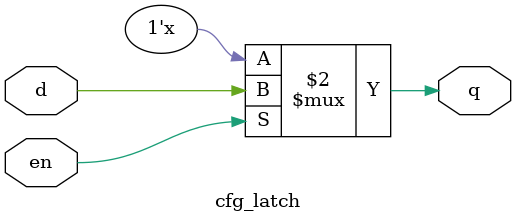
<source format=v>
module clb_mux2(input a0, a1, s0, output x);
	assign x = s0 ? a1 : a0;
endmodule

module clb_mux4(input a0, a1, a2, a3, s0, s1, output x);
	assign x = s1 ? (s0 ? a3 : a2) : (s0 ? a1 : a0);
endmodule

module clb_buf(input a, output x);
	assign x = a;
endmodule

module clb_not(input a, output x);
	assign x = ~a;
endmodule

module clb_and(input a, b, output x);
	assign x = a & b;
endmodule

module clb_andnot(input a, b, output x);
	assign x = a & ~b;
endmodule

module clb_or(input a, b, output x);
	assign x = a | b;
endmodule

module clb_ornot(input a, b, output x);
	assign x = a | ~b;
endmodule

module clb_xor(input a, b, output x);
	assign x = a ^ b;
endmodule

module clb_nand(input a, b, output x);
	assign x = ~(a & b);
endmodule

module clb_nor(input a, b, output x);
	assign x = ~(a | b);
endmodule

module clb_xnor(input a, b, output x);
	assign x = ~(a ^ b);
endmodule

module clb_dff(input clk, d, output reg q);
	always @(posedge clk)
		q <= d;
endmodule

module clb_dffrs(input clk, d, rn, sn, output reg q);
	always @(posedge clk, negedge rn, negedge sn)
		if (!rn)
			q <= 0;
		else if (!sn)
			q <= 1;
		else
			q <= d;
endmodule

(* blackbox *)
module clb_wstrb_gen(input wclk, we, output reg strobe);
	// TODO
endmodule

module clb_wr_decode #(parameter K=4) (input [K-1:0] addr, input strobe, output [2**K-1:0] dec);
	generate
		genvar ii;
		for (ii = 0; ii < addr; ii = ii + 1'b1) begin : dec_gen
			// Force an AND gate at the end to prevent synthesis doing something that glitches
			clb_and and_i (.a(addr == ii), .b(strobe), .x(dec[ii]));
		end
	endgenerate
endmodule

module cfg_latch(input d, en, output reg q);
	always @*
		if (en)
			q <= d;
endmodule

</source>
